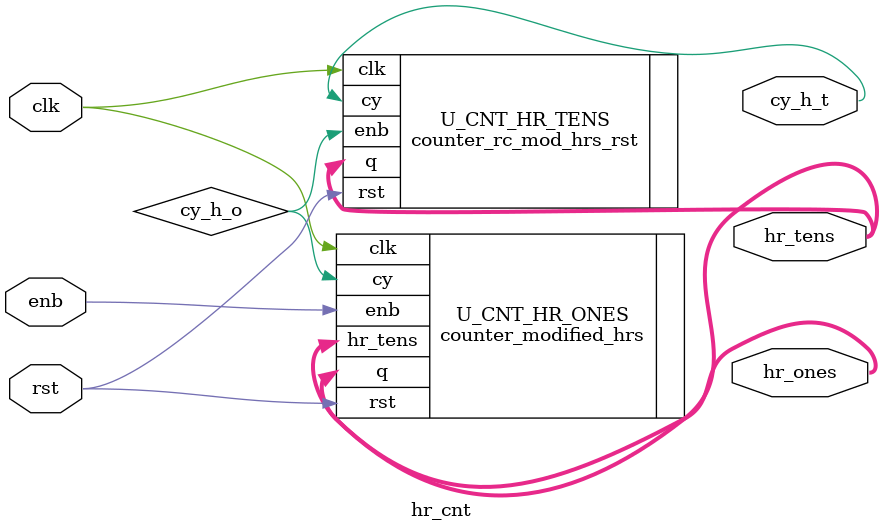
<source format=sv>
module hr_cnt(
                input logic clk, rst, enb,
                output logic [3:0] hr_tens, hr_ones,
                output logic cy_h_t);

logic cy_h_o;

counter_modified_hrs  U_CNT_HR_ONES (.clk, .rst, .enb, .hr_tens, .q(hr_ones), .cy(cy_h_o));

counter_rc_mod_hrs_rst #(.MOD(2)) U_CNT_HR_TENS (.clk, .rst, .enb(cy_h_o), .q(hr_tens), .cy(cy_h_t));

endmodule

</source>
